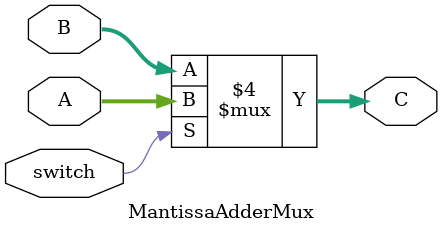
<source format=sv>
module MantissaAdderMux
(
	input [9:0] A, B,
	input switch,
	output [9:0] C
);
	always_comb
    begin
        if (switch == 1'b1)
            C = A;    
        else
            C = B;     
    end

endmodule 
</source>
